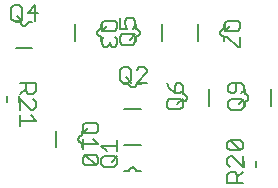
<source format=gto>
G75*
%MOIN*%
%OFA0B0*%
%FSLAX25Y25*%
%IPPOS*%
%LPD*%
%AMOC8*
5,1,8,0,0,1.08239X$1,22.5*
%
%ADD10C,0.00600*%
%ADD11C,0.00500*%
D10*
X0084963Y0078957D02*
X0084091Y0079829D01*
X0084091Y0081573D01*
X0084963Y0082445D01*
X0088450Y0082445D01*
X0089322Y0081573D01*
X0089322Y0079829D01*
X0088450Y0078957D01*
X0084963Y0078957D01*
X0083145Y0080330D02*
X0082274Y0079458D01*
X0078786Y0082946D01*
X0077914Y0082074D01*
X0077914Y0080330D01*
X0078786Y0079458D01*
X0082274Y0079458D01*
X0083145Y0080330D02*
X0083145Y0082074D01*
X0082274Y0082946D01*
X0078786Y0082946D01*
X0077914Y0084824D02*
X0077914Y0088311D01*
X0077914Y0086567D02*
X0083145Y0086567D01*
X0081402Y0088311D01*
X0082274Y0090189D02*
X0078786Y0090189D01*
X0077914Y0091061D01*
X0077914Y0092805D01*
X0078786Y0093676D01*
X0082274Y0093676D01*
X0083145Y0092805D01*
X0083145Y0091061D01*
X0082274Y0090189D01*
X0079658Y0091933D02*
X0077914Y0090189D01*
X0084091Y0086066D02*
X0089322Y0086066D01*
X0089322Y0084323D02*
X0089322Y0087810D01*
X0085835Y0084323D02*
X0084091Y0086066D01*
X0089322Y0082445D02*
X0087578Y0080701D01*
X0105941Y0098955D02*
X0105941Y0100699D01*
X0106813Y0101571D01*
X0110301Y0101571D01*
X0111172Y0100699D01*
X0111172Y0098955D01*
X0110301Y0098083D01*
X0106813Y0098083D01*
X0105941Y0098955D01*
X0109429Y0099827D02*
X0111172Y0101571D01*
X0110301Y0103449D02*
X0111172Y0104321D01*
X0111172Y0106064D01*
X0110301Y0106936D01*
X0109429Y0106936D01*
X0108557Y0106064D01*
X0108557Y0103449D01*
X0110301Y0103449D01*
X0108557Y0103449D02*
X0106813Y0105192D01*
X0105941Y0106936D01*
X0099334Y0107048D02*
X0095846Y0107048D01*
X0099334Y0110536D01*
X0099334Y0111407D01*
X0098462Y0112279D01*
X0096718Y0112279D01*
X0095846Y0111407D01*
X0093969Y0111407D02*
X0093969Y0107920D01*
X0093097Y0107048D01*
X0091353Y0107048D01*
X0090481Y0107920D01*
X0090481Y0111407D01*
X0091353Y0112279D01*
X0093097Y0112279D01*
X0093969Y0111407D01*
X0092225Y0108792D02*
X0093969Y0107048D01*
X0094553Y0119615D02*
X0095424Y0120487D01*
X0095424Y0122231D01*
X0094553Y0123102D01*
X0091065Y0123102D01*
X0090193Y0122231D01*
X0090193Y0120487D01*
X0091065Y0119615D01*
X0094553Y0119615D01*
X0093681Y0121359D02*
X0095424Y0123102D01*
X0094553Y0124980D02*
X0095424Y0125852D01*
X0095424Y0127596D01*
X0094553Y0128468D01*
X0092809Y0128468D01*
X0091937Y0127596D01*
X0091937Y0126724D01*
X0092809Y0124980D01*
X0090193Y0124980D01*
X0090193Y0128468D01*
X0089445Y0126868D02*
X0089445Y0125124D01*
X0088573Y0124252D01*
X0085085Y0124252D01*
X0084213Y0125124D01*
X0084213Y0126868D01*
X0085085Y0127739D01*
X0088573Y0127739D01*
X0089445Y0126868D01*
X0085957Y0125996D02*
X0084213Y0124252D01*
X0085085Y0122374D02*
X0084213Y0121502D01*
X0084213Y0119759D01*
X0085085Y0118887D01*
X0085957Y0118887D01*
X0086829Y0119759D01*
X0086829Y0120630D01*
X0086829Y0119759D02*
X0087701Y0118887D01*
X0088573Y0118887D01*
X0089445Y0119759D01*
X0089445Y0121502D01*
X0088573Y0122374D01*
X0062995Y0130136D02*
X0059508Y0130136D01*
X0062123Y0132752D01*
X0062123Y0127520D01*
X0057630Y0127520D02*
X0055886Y0129264D01*
X0054143Y0128392D02*
X0055014Y0127520D01*
X0056758Y0127520D01*
X0057630Y0128392D01*
X0057630Y0131880D01*
X0056758Y0132752D01*
X0055014Y0132752D01*
X0054143Y0131880D01*
X0054143Y0128392D01*
X0057080Y0106822D02*
X0062311Y0106822D01*
X0062311Y0104206D01*
X0061439Y0103335D01*
X0059695Y0103335D01*
X0058823Y0104206D01*
X0058823Y0106822D01*
X0058823Y0105078D02*
X0057080Y0103335D01*
X0057080Y0101457D02*
X0060567Y0097969D01*
X0061439Y0097969D01*
X0062311Y0098841D01*
X0062311Y0100585D01*
X0061439Y0101457D01*
X0057080Y0101457D02*
X0057080Y0097969D01*
X0057080Y0096092D02*
X0057080Y0092604D01*
X0057080Y0094348D02*
X0062311Y0094348D01*
X0060567Y0096092D01*
X0126414Y0098951D02*
X0126414Y0100695D01*
X0127286Y0101567D01*
X0130773Y0101567D01*
X0131645Y0100695D01*
X0131645Y0098951D01*
X0130773Y0098080D01*
X0127286Y0098080D01*
X0126414Y0098951D01*
X0129901Y0099823D02*
X0131645Y0101567D01*
X0130773Y0103445D02*
X0131645Y0104317D01*
X0131645Y0106060D01*
X0130773Y0106932D01*
X0127286Y0106932D01*
X0126414Y0106060D01*
X0126414Y0104317D01*
X0127286Y0103445D01*
X0128157Y0103445D01*
X0129029Y0104317D01*
X0129029Y0106932D01*
X0129518Y0118887D02*
X0126030Y0122374D01*
X0125158Y0122374D01*
X0125158Y0124252D02*
X0126902Y0125996D01*
X0126030Y0127739D02*
X0125158Y0126868D01*
X0125158Y0125124D01*
X0126030Y0124252D01*
X0129518Y0124252D01*
X0130390Y0125124D01*
X0130390Y0126868D01*
X0129518Y0127739D01*
X0126030Y0127739D01*
X0130390Y0122374D02*
X0130390Y0118887D01*
X0129518Y0118887D01*
X0130348Y0087927D02*
X0131220Y0087055D01*
X0131220Y0085312D01*
X0130348Y0084440D01*
X0126860Y0087927D01*
X0130348Y0087927D01*
X0130348Y0084440D02*
X0126860Y0084440D01*
X0125988Y0085312D01*
X0125988Y0087055D01*
X0126860Y0087927D01*
X0126860Y0082562D02*
X0125988Y0081690D01*
X0125988Y0079947D01*
X0126860Y0079075D01*
X0126860Y0077197D02*
X0128604Y0077197D01*
X0129476Y0076325D01*
X0129476Y0073709D01*
X0131220Y0073709D02*
X0125988Y0073709D01*
X0125988Y0076325D01*
X0126860Y0077197D01*
X0129476Y0075453D02*
X0131220Y0077197D01*
X0131220Y0079075D02*
X0127732Y0082562D01*
X0126860Y0082562D01*
X0131220Y0082562D02*
X0131220Y0079075D01*
D11*
X0131520Y0078976D02*
X0131520Y0080976D01*
X0135520Y0080976D02*
X0135520Y0078976D01*
X0131945Y0099268D02*
X0131945Y0100843D01*
X0132012Y0100845D01*
X0132080Y0100851D01*
X0132146Y0100860D01*
X0132212Y0100874D01*
X0132278Y0100891D01*
X0132342Y0100912D01*
X0132405Y0100936D01*
X0132466Y0100964D01*
X0132526Y0100996D01*
X0132583Y0101030D01*
X0132639Y0101069D01*
X0132693Y0101110D01*
X0132744Y0101154D01*
X0132792Y0101201D01*
X0132838Y0101251D01*
X0132880Y0101303D01*
X0132920Y0101357D01*
X0132956Y0101414D01*
X0132990Y0101473D01*
X0133019Y0101533D01*
X0133046Y0101596D01*
X0133068Y0101659D01*
X0133087Y0101724D01*
X0133102Y0101789D01*
X0133114Y0101856D01*
X0133122Y0101923D01*
X0133126Y0101990D01*
X0133126Y0102058D01*
X0133122Y0102125D01*
X0133114Y0102192D01*
X0133102Y0102259D01*
X0133087Y0102324D01*
X0133068Y0102389D01*
X0133046Y0102452D01*
X0133019Y0102515D01*
X0132990Y0102575D01*
X0132956Y0102634D01*
X0132920Y0102691D01*
X0132880Y0102745D01*
X0132838Y0102797D01*
X0132792Y0102847D01*
X0132744Y0102894D01*
X0132693Y0102938D01*
X0132639Y0102979D01*
X0132583Y0103018D01*
X0132526Y0103052D01*
X0132466Y0103084D01*
X0132405Y0103112D01*
X0132342Y0103136D01*
X0132278Y0103157D01*
X0132212Y0103174D01*
X0132146Y0103188D01*
X0132080Y0103197D01*
X0132012Y0103203D01*
X0131945Y0103205D01*
X0131945Y0104780D01*
X0140606Y0104780D02*
X0140606Y0099268D01*
X0120134Y0099268D02*
X0120134Y0104780D01*
X0111472Y0104780D02*
X0111472Y0103205D01*
X0111539Y0103203D01*
X0111607Y0103197D01*
X0111673Y0103188D01*
X0111739Y0103174D01*
X0111805Y0103157D01*
X0111869Y0103136D01*
X0111932Y0103112D01*
X0111993Y0103084D01*
X0112053Y0103052D01*
X0112110Y0103018D01*
X0112166Y0102979D01*
X0112220Y0102938D01*
X0112271Y0102894D01*
X0112319Y0102847D01*
X0112365Y0102797D01*
X0112407Y0102745D01*
X0112447Y0102691D01*
X0112483Y0102634D01*
X0112517Y0102575D01*
X0112546Y0102515D01*
X0112573Y0102452D01*
X0112595Y0102389D01*
X0112614Y0102324D01*
X0112629Y0102259D01*
X0112641Y0102192D01*
X0112649Y0102125D01*
X0112653Y0102058D01*
X0112653Y0101990D01*
X0112649Y0101923D01*
X0112641Y0101856D01*
X0112629Y0101789D01*
X0112614Y0101724D01*
X0112595Y0101659D01*
X0112573Y0101596D01*
X0112546Y0101533D01*
X0112517Y0101473D01*
X0112483Y0101414D01*
X0112447Y0101357D01*
X0112407Y0101303D01*
X0112365Y0101251D01*
X0112319Y0101201D01*
X0112271Y0101154D01*
X0112220Y0101110D01*
X0112166Y0101069D01*
X0112110Y0101030D01*
X0112053Y0100996D01*
X0111993Y0100964D01*
X0111932Y0100936D01*
X0111869Y0100912D01*
X0111805Y0100891D01*
X0111739Y0100874D01*
X0111673Y0100860D01*
X0111607Y0100851D01*
X0111539Y0100845D01*
X0111472Y0100843D01*
X0111472Y0099268D01*
X0097299Y0098087D02*
X0091787Y0098087D01*
X0091787Y0106748D02*
X0093362Y0106748D01*
X0093364Y0106681D01*
X0093370Y0106613D01*
X0093379Y0106547D01*
X0093393Y0106481D01*
X0093410Y0106415D01*
X0093431Y0106351D01*
X0093455Y0106288D01*
X0093483Y0106227D01*
X0093515Y0106167D01*
X0093549Y0106110D01*
X0093588Y0106054D01*
X0093629Y0106000D01*
X0093673Y0105949D01*
X0093720Y0105901D01*
X0093770Y0105855D01*
X0093822Y0105813D01*
X0093876Y0105773D01*
X0093933Y0105737D01*
X0093992Y0105703D01*
X0094052Y0105674D01*
X0094115Y0105647D01*
X0094178Y0105625D01*
X0094243Y0105606D01*
X0094308Y0105591D01*
X0094375Y0105579D01*
X0094442Y0105571D01*
X0094509Y0105567D01*
X0094577Y0105567D01*
X0094644Y0105571D01*
X0094711Y0105579D01*
X0094778Y0105591D01*
X0094843Y0105606D01*
X0094908Y0105625D01*
X0094971Y0105647D01*
X0095034Y0105674D01*
X0095094Y0105703D01*
X0095153Y0105737D01*
X0095210Y0105773D01*
X0095264Y0105813D01*
X0095316Y0105855D01*
X0095366Y0105901D01*
X0095413Y0105949D01*
X0095457Y0106000D01*
X0095498Y0106054D01*
X0095537Y0106110D01*
X0095571Y0106167D01*
X0095603Y0106227D01*
X0095631Y0106288D01*
X0095655Y0106351D01*
X0095676Y0106415D01*
X0095693Y0106481D01*
X0095707Y0106547D01*
X0095716Y0106613D01*
X0095722Y0106681D01*
X0095724Y0106748D01*
X0097299Y0106748D01*
X0095724Y0120921D02*
X0095724Y0122496D01*
X0095791Y0122498D01*
X0095859Y0122504D01*
X0095925Y0122513D01*
X0095991Y0122527D01*
X0096057Y0122544D01*
X0096121Y0122565D01*
X0096184Y0122589D01*
X0096245Y0122617D01*
X0096305Y0122649D01*
X0096362Y0122683D01*
X0096418Y0122722D01*
X0096472Y0122763D01*
X0096523Y0122807D01*
X0096571Y0122854D01*
X0096617Y0122904D01*
X0096659Y0122956D01*
X0096699Y0123010D01*
X0096735Y0123067D01*
X0096769Y0123126D01*
X0096798Y0123186D01*
X0096825Y0123249D01*
X0096847Y0123312D01*
X0096866Y0123377D01*
X0096881Y0123442D01*
X0096893Y0123509D01*
X0096901Y0123576D01*
X0096905Y0123643D01*
X0096905Y0123711D01*
X0096901Y0123778D01*
X0096893Y0123845D01*
X0096881Y0123912D01*
X0096866Y0123977D01*
X0096847Y0124042D01*
X0096825Y0124105D01*
X0096798Y0124168D01*
X0096769Y0124228D01*
X0096735Y0124287D01*
X0096699Y0124344D01*
X0096659Y0124398D01*
X0096617Y0124450D01*
X0096571Y0124500D01*
X0096523Y0124547D01*
X0096472Y0124591D01*
X0096418Y0124632D01*
X0096362Y0124671D01*
X0096305Y0124705D01*
X0096245Y0124737D01*
X0096184Y0124765D01*
X0096121Y0124789D01*
X0096057Y0124810D01*
X0095991Y0124827D01*
X0095925Y0124841D01*
X0095859Y0124850D01*
X0095791Y0124856D01*
X0095724Y0124858D01*
X0095724Y0126433D01*
X0104386Y0126433D02*
X0104386Y0120921D01*
X0116197Y0120921D02*
X0116197Y0126433D01*
X0124858Y0126433D02*
X0124858Y0124858D01*
X0124791Y0124856D01*
X0124723Y0124850D01*
X0124657Y0124841D01*
X0124591Y0124827D01*
X0124525Y0124810D01*
X0124461Y0124789D01*
X0124398Y0124765D01*
X0124337Y0124737D01*
X0124277Y0124705D01*
X0124220Y0124671D01*
X0124164Y0124632D01*
X0124110Y0124591D01*
X0124059Y0124547D01*
X0124011Y0124500D01*
X0123965Y0124450D01*
X0123923Y0124398D01*
X0123883Y0124344D01*
X0123847Y0124287D01*
X0123813Y0124228D01*
X0123784Y0124168D01*
X0123757Y0124105D01*
X0123735Y0124042D01*
X0123716Y0123977D01*
X0123701Y0123912D01*
X0123689Y0123845D01*
X0123681Y0123778D01*
X0123677Y0123711D01*
X0123677Y0123643D01*
X0123681Y0123576D01*
X0123689Y0123509D01*
X0123701Y0123442D01*
X0123716Y0123377D01*
X0123735Y0123312D01*
X0123757Y0123249D01*
X0123784Y0123186D01*
X0123813Y0123126D01*
X0123847Y0123067D01*
X0123883Y0123010D01*
X0123923Y0122956D01*
X0123965Y0122904D01*
X0124011Y0122854D01*
X0124059Y0122807D01*
X0124110Y0122763D01*
X0124164Y0122722D01*
X0124220Y0122683D01*
X0124277Y0122649D01*
X0124337Y0122617D01*
X0124398Y0122589D01*
X0124461Y0122565D01*
X0124525Y0122544D01*
X0124591Y0122527D01*
X0124657Y0122513D01*
X0124723Y0122504D01*
X0124791Y0122498D01*
X0124858Y0122496D01*
X0124858Y0120921D01*
X0083913Y0120921D02*
X0083913Y0122496D01*
X0083846Y0122498D01*
X0083778Y0122504D01*
X0083712Y0122513D01*
X0083646Y0122527D01*
X0083580Y0122544D01*
X0083516Y0122565D01*
X0083453Y0122589D01*
X0083392Y0122617D01*
X0083332Y0122649D01*
X0083275Y0122683D01*
X0083219Y0122722D01*
X0083165Y0122763D01*
X0083114Y0122807D01*
X0083066Y0122854D01*
X0083020Y0122904D01*
X0082978Y0122956D01*
X0082938Y0123010D01*
X0082902Y0123067D01*
X0082868Y0123126D01*
X0082839Y0123186D01*
X0082812Y0123249D01*
X0082790Y0123312D01*
X0082771Y0123377D01*
X0082756Y0123442D01*
X0082744Y0123509D01*
X0082736Y0123576D01*
X0082732Y0123643D01*
X0082732Y0123711D01*
X0082736Y0123778D01*
X0082744Y0123845D01*
X0082756Y0123912D01*
X0082771Y0123977D01*
X0082790Y0124042D01*
X0082812Y0124105D01*
X0082839Y0124168D01*
X0082868Y0124228D01*
X0082902Y0124287D01*
X0082938Y0124344D01*
X0082978Y0124398D01*
X0083020Y0124450D01*
X0083066Y0124500D01*
X0083114Y0124547D01*
X0083165Y0124591D01*
X0083219Y0124632D01*
X0083275Y0124671D01*
X0083332Y0124705D01*
X0083392Y0124737D01*
X0083453Y0124765D01*
X0083516Y0124789D01*
X0083580Y0124810D01*
X0083646Y0124827D01*
X0083712Y0124841D01*
X0083778Y0124850D01*
X0083846Y0124856D01*
X0083913Y0124858D01*
X0083913Y0126433D01*
X0075252Y0126433D02*
X0075252Y0120921D01*
X0061079Y0118559D02*
X0055567Y0118559D01*
X0055567Y0127220D02*
X0057142Y0127220D01*
X0057144Y0127153D01*
X0057150Y0127085D01*
X0057159Y0127019D01*
X0057173Y0126953D01*
X0057190Y0126887D01*
X0057211Y0126823D01*
X0057235Y0126760D01*
X0057263Y0126699D01*
X0057295Y0126639D01*
X0057329Y0126582D01*
X0057368Y0126526D01*
X0057409Y0126472D01*
X0057453Y0126421D01*
X0057500Y0126373D01*
X0057550Y0126327D01*
X0057602Y0126285D01*
X0057656Y0126245D01*
X0057713Y0126209D01*
X0057772Y0126175D01*
X0057832Y0126146D01*
X0057895Y0126119D01*
X0057958Y0126097D01*
X0058023Y0126078D01*
X0058088Y0126063D01*
X0058155Y0126051D01*
X0058222Y0126043D01*
X0058289Y0126039D01*
X0058357Y0126039D01*
X0058424Y0126043D01*
X0058491Y0126051D01*
X0058558Y0126063D01*
X0058623Y0126078D01*
X0058688Y0126097D01*
X0058751Y0126119D01*
X0058814Y0126146D01*
X0058874Y0126175D01*
X0058933Y0126209D01*
X0058990Y0126245D01*
X0059044Y0126285D01*
X0059096Y0126327D01*
X0059146Y0126373D01*
X0059193Y0126421D01*
X0059237Y0126472D01*
X0059278Y0126526D01*
X0059317Y0126582D01*
X0059351Y0126639D01*
X0059383Y0126699D01*
X0059411Y0126760D01*
X0059435Y0126823D01*
X0059456Y0126887D01*
X0059473Y0126953D01*
X0059487Y0127019D01*
X0059496Y0127085D01*
X0059502Y0127153D01*
X0059504Y0127220D01*
X0061079Y0127220D01*
X0056780Y0102630D02*
X0056780Y0100630D01*
X0052780Y0100630D02*
X0052780Y0102630D01*
X0068953Y0091000D02*
X0068953Y0085488D01*
X0077614Y0085488D02*
X0077614Y0087063D01*
X0077547Y0087065D01*
X0077479Y0087071D01*
X0077413Y0087080D01*
X0077347Y0087094D01*
X0077281Y0087111D01*
X0077217Y0087132D01*
X0077154Y0087156D01*
X0077093Y0087184D01*
X0077033Y0087216D01*
X0076976Y0087250D01*
X0076920Y0087289D01*
X0076866Y0087330D01*
X0076815Y0087374D01*
X0076767Y0087421D01*
X0076721Y0087471D01*
X0076679Y0087523D01*
X0076639Y0087577D01*
X0076603Y0087634D01*
X0076569Y0087693D01*
X0076540Y0087753D01*
X0076513Y0087816D01*
X0076491Y0087879D01*
X0076472Y0087944D01*
X0076457Y0088009D01*
X0076445Y0088076D01*
X0076437Y0088143D01*
X0076433Y0088210D01*
X0076433Y0088278D01*
X0076437Y0088345D01*
X0076445Y0088412D01*
X0076457Y0088479D01*
X0076472Y0088544D01*
X0076491Y0088609D01*
X0076513Y0088672D01*
X0076540Y0088735D01*
X0076569Y0088795D01*
X0076603Y0088854D01*
X0076639Y0088911D01*
X0076679Y0088965D01*
X0076721Y0089017D01*
X0076767Y0089067D01*
X0076815Y0089114D01*
X0076866Y0089158D01*
X0076920Y0089199D01*
X0076976Y0089238D01*
X0077033Y0089272D01*
X0077093Y0089304D01*
X0077154Y0089332D01*
X0077217Y0089356D01*
X0077281Y0089377D01*
X0077347Y0089394D01*
X0077413Y0089408D01*
X0077479Y0089417D01*
X0077547Y0089423D01*
X0077614Y0089425D01*
X0077614Y0091000D01*
X0091787Y0086276D02*
X0097299Y0086276D01*
X0097299Y0077614D02*
X0095724Y0077614D01*
X0095722Y0077681D01*
X0095716Y0077749D01*
X0095707Y0077815D01*
X0095693Y0077881D01*
X0095676Y0077947D01*
X0095655Y0078011D01*
X0095631Y0078074D01*
X0095603Y0078135D01*
X0095571Y0078195D01*
X0095537Y0078252D01*
X0095498Y0078308D01*
X0095457Y0078362D01*
X0095413Y0078413D01*
X0095366Y0078461D01*
X0095316Y0078507D01*
X0095264Y0078549D01*
X0095210Y0078589D01*
X0095153Y0078625D01*
X0095094Y0078659D01*
X0095034Y0078688D01*
X0094971Y0078715D01*
X0094908Y0078737D01*
X0094843Y0078756D01*
X0094778Y0078771D01*
X0094711Y0078783D01*
X0094644Y0078791D01*
X0094577Y0078795D01*
X0094509Y0078795D01*
X0094442Y0078791D01*
X0094375Y0078783D01*
X0094308Y0078771D01*
X0094243Y0078756D01*
X0094178Y0078737D01*
X0094115Y0078715D01*
X0094052Y0078688D01*
X0093992Y0078659D01*
X0093933Y0078625D01*
X0093876Y0078589D01*
X0093822Y0078549D01*
X0093770Y0078507D01*
X0093720Y0078461D01*
X0093673Y0078413D01*
X0093629Y0078362D01*
X0093588Y0078308D01*
X0093549Y0078252D01*
X0093515Y0078195D01*
X0093483Y0078135D01*
X0093455Y0078074D01*
X0093431Y0078011D01*
X0093410Y0077947D01*
X0093393Y0077881D01*
X0093379Y0077815D01*
X0093370Y0077749D01*
X0093364Y0077681D01*
X0093362Y0077614D01*
X0091787Y0077614D01*
M02*

</source>
